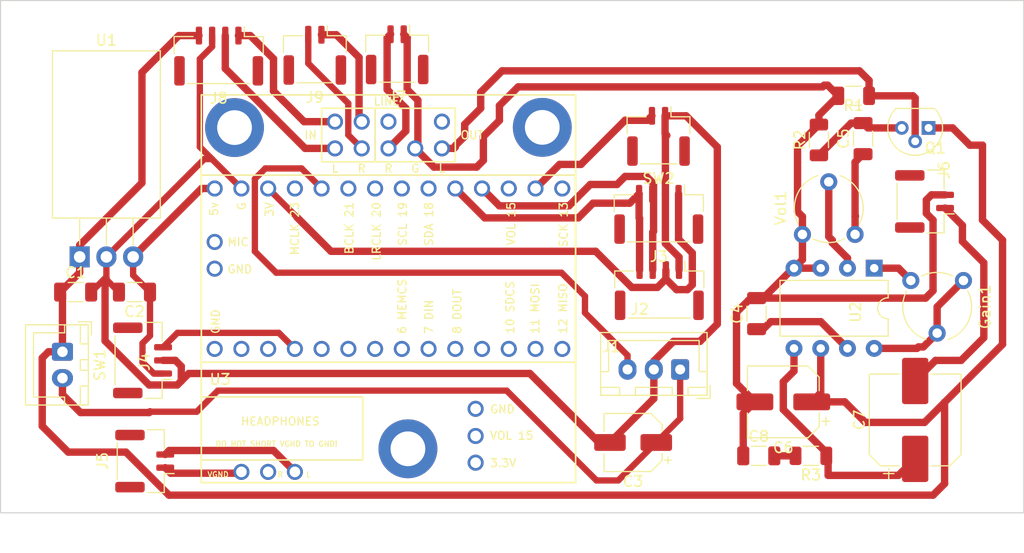
<source format=kicad_pcb>
(kicad_pcb (version 20221018) (generator pcbnew)
  (layers (0 "F.Cu" signal) (31 "B.Cu" signal) (34 "B.Paste" user) (35 "F.Paste" user) (36 "B.SilkS" user "B.Silkscreen") (37 "F.SilkS" user "F.Silkscreen") (38 "B.Mask" user) (39 "F.Mask" user) (44 "Edge.Cuts" user))
  (net 0 "")
  (net 1 "+9V")
  (net 2 "GND")
  (net 3 "+5V")
  (net 4 "Net-(Gain1-Pad1)")
  (net 5 "Net-(U2--)")
  (net 6 "Net-(C7-Pad1)")
  (net 7 "Net-(U2-BYPASS)")
  (net 8 "Net-(Gain1-Pad2)")
  (net 34 "Net-(J1-Pin_1)")
  (net 35 "Batt Vref")
  (net 36 "+3.3V")
  (net 37 "Pin 16 SCL1")
  (net 38 "Pin 17 SDA1")
  (net 39 "Pin 2")
  (net 40 "Net-(J6-Pin_1)")
  (net 41 "GND1")
  (net 42 "HP VGND")
  (net 43 "HP Line")
  (net 44 "Line OUT R")
  (net 45 "Line in R GND")
  (net 46 "Line in R")
  (net 47 "Net-(Q1-G)")
  (net 48 "Net-(Q1-S)")
  (net 49 "Net-(SW2-B)")
  (net 50 "Net-(C5-Pad1)")
  (net 51 "Net-(C8-Pad2)")
  (net 52 "Net-(J8-Pin_1)")
  (net 53 "Net-(J8-Pin_2)")
  (footprint "Connector_JST:JST_GH_BM04B-GHS-TBT_1x04-1MP_P1.25mm_Vertical" (layer "F.Cu") (at 153.827 118.028 180)
    (fp_text reference "J3" (at 0 -4) (layer "F.SilkS"))
    (fp_text value "Quad Rotary Encoder Board")
    (pad "1" smd roundrect (at -1.875 1.95 180) (size 0.6 1.7) (layers "F.Cu" "F.Paste" "F.Mask") (net 36 "+3.3V"))
    (pad "2" smd roundrect (at -0.625 1.95 180) (size 0.6 1.7) (layers "F.Cu" "F.Paste" "F.Mask") (net 2 "GND"))
    (pad "3" smd roundrect (at 0.625 1.95 180) (size 0.6 1.7) (layers "F.Cu" "F.Paste" "F.Mask") (net 37 "Pin 16 SCL1"))
    (pad "4" smd roundrect (at 1.875 1.95 180) (size 0.6 1.7) (layers "F.Cu" "F.Paste" "F.Mask") (net 38 "Pin 17 SDA1"))
    (pad "MP" smd roundrect (at -3.725 -1.4 180) (size 1 2.8) (layers "F.Cu" "F.Paste" "F.Mask"))
    (pad "MP" smd roundrect (at 3.725 -1.4 180) (size 1 2.8) (layers "F.Cu" "F.Paste" "F.Mask"))
  )
  (footprint "Capacitor_SMD:C_1206_3216Metric" (layer "F.Cu") (at 98.425 125.413)
    (fp_text reference "C1" (at 0 -1.85) (layer "F.SilkS"))
    (fp_text value "330nf")
    (pad "1" smd roundrect (at -1.475 0) (size 1.15 1.8) (layers "F.Cu" "F.Paste" "F.Mask") (roundrect_rratio 0.217391) (net 1 "+9V"))
    (pad "2" smd roundrect (at 1.475 0) (size 1.15 1.8) (layers "F.Cu" "F.Paste" "F.Mask") (roundrect_rratio 0.217391) (net 2 "GND"))
  )
  (footprint "Capacitor_SMD:C_1206_3216Metric" (layer "F.Cu") (at 173.228 110.832 90)
    (fp_text reference "C5" (at 0 -1.85 90) (layer "F.SilkS"))
    (fp_text value "47n")
    (pad "1" smd roundrect (at -1.475 0 90) (size 1.15 1.8) (layers "F.Cu" "F.Paste" "F.Mask") (roundrect_rratio 0.217391) (net 50 "Net-(C5-Pad1)"))
    (pad "2" smd roundrect (at 1.475 0 90) (size 1.15 1.8) (layers "F.Cu" "F.Paste" "F.Mask") (roundrect_rratio 0.217391) (net 48 "Net-(Q1-S)"))
  )
  (footprint "Connector_JST:JST_GH_BM02B-GHS-TBT_1x02-1MP_P1.25mm_Vertical" (layer "F.Cu") (at 128.967 102.867 180)
    (fp_text reference "J7" (at 0 -4) (layer "F.SilkS"))
    (fp_text value "Aux Out")
    (pad "1" smd roundrect (at -0.625 1.95 180) (size 0.6 1.7) (layers "F.Cu" "F.Paste" "F.Mask") (net 41 "GND1"))
    (pad "2" smd roundrect (at 0.625 1.95 180) (size 0.6 1.7) (layers "F.Cu" "F.Paste" "F.Mask") (net 44 "Line OUT R"))
    (pad "MP" smd roundrect (at -2.475 -1.4 180) (size 1 2.8) (layers "F.Cu" "F.Paste" "F.Mask"))
    (pad "MP" smd roundrect (at 2.475 -1.4 180) (size 1 2.8) (layers "F.Cu" "F.Paste" "F.Mask"))
  )
  (footprint "Capacitor_SMD:C_1206_3216Metric" (layer "F.Cu") (at 104.013 125.413 180)
    (fp_text reference "C2" (at 0 -1.85) (layer "F.SilkS"))
    (fp_text value "100nf")
    (pad "1" smd roundrect (at -1.475 0 180) (size 1.15 1.8) (layers "F.Cu" "F.Paste" "F.Mask") (roundrect_rratio 0.217391) (net 3 "+5V"))
    (pad "2" smd roundrect (at 1.475 0 180) (size 1.15 1.8) (layers "F.Cu" "F.Paste" "F.Mask") (roundrect_rratio 0.217391) (net 2 "GND"))
  )
  (footprint "Connector_JST:JST_GH_BM02B-GHS-TBT_1x02-1MP_P1.25mm_Vertical" (layer "F.Cu") (at 121.148 102.915 180)
    (fp_text reference "J9" (at 0 -4) (layer "F.SilkS"))
    (fp_text value "Backing Track Input")
    (pad "1" smd roundrect (at -0.625 1.95 180) (size 0.6 1.7) (layers "F.Cu" "F.Paste" "F.Mask") (net 45 "Line in R GND"))
    (pad "2" smd roundrect (at 0.625 1.95 180) (size 0.6 1.7) (layers "F.Cu" "F.Paste" "F.Mask") (net 46 "Line in R"))
    (pad "MP" smd roundrect (at -2.475 -1.4 180) (size 1 2.8) (layers "F.Cu" "F.Paste" "F.Mask"))
    (pad "MP" smd roundrect (at 2.475 -1.4 180) (size 1 2.8) (layers "F.Cu" "F.Paste" "F.Mask"))
  )
  (footprint "Potentiometer_THT:Potentiometer_Piher_PT-6-V_Vertical" (layer "F.Cu") (at 177.768 124.314 -90)
    (fp_text reference "Gain1" (at 2.5 -7.06 90) (layer "F.SilkS"))
    (fp_text value "1kB")
    (pad "1" thru_hole circle (at 0 0 270) (size 1.62 1.62) (drill 0.9) (layers "*.Cu" "*.Mask") (net 4 "Net-(Gain1-Pad1)"))
    (pad "2" thru_hole circle (at 5 -2.5 270) (size 1.62 1.62) (drill 0.9) (layers "*.Cu" "*.Mask") (net 8 "Net-(Gain1-Pad2)"))
    (pad "3" thru_hole circle (at 0 -5 270) (size 1.62 1.62) (drill 0.9) (layers "*.Cu" "*.Mask") (net 8 "Net-(Gain1-Pad2)"))
  )
  (footprint "Connector_JST:JST_GH_BM03B-GHS-TBT_1x03-1MP_P1.25mm_Vertical" (layer "F.Cu") (at 104.778 131.901 90)
    (fp_text reference "J4" (at -0.147 0.172 90) (layer "F.SilkS"))
    (fp_text value "RGB LEDs")
    (pad "1" smd roundrect (at -1.25 1.95 90) (size 0.6 1.7) (layers "F.Cu" "F.Paste" "F.Mask") (net 3 "+5V"))
    (pad "2" smd roundrect (at 0 1.95 90) (size 0.6 1.7) (layers "F.Cu" "F.Paste" "F.Mask") (net 2 "GND"))
    (pad "3" smd roundrect (at 1.25 1.95 90) (size 0.6 1.7) (layers "F.Cu" "F.Paste" "F.Mask") (net 39 "Pin 2"))
    (pad "MP" smd roundrect (at -3.1 -1.4 90) (size 1 2.8) (layers "F.Cu" "F.Paste" "F.Mask"))
    (pad "MP" smd roundrect (at 3.1 -1.4 90) (size 1 2.8) (layers "F.Cu" "F.Paste" "F.Mask"))
  )
  (footprint "Potentiometer_THT:Potentiometer_Piher_PT-6-V_Vertical" (layer "F.Cu") (at 172.471 119.936 90)
    (fp_text reference "Vol1" (at 2.5 -7.06 90) (layer "F.SilkS"))
    (fp_text value "10kB")
    (pad "1" thru_hole circle (at 0 0 90) (size 1.62 1.62) (drill 0.9) (layers "*.Cu" "*.Mask") (net 50 "Net-(C5-Pad1)"))
    (pad "2" thru_hole circle (at 5 -2.5 90) (size 1.62 1.62) (drill 0.9) (layers "*.Cu" "*.Mask") (net 5 "Net-(U2--)"))
    (pad "3" thru_hole circle (at 0 -5 90) (size 1.62 1.62) (drill 0.9) (layers "*.Cu" "*.Mask") (net 41 "GND1"))
  )
  (footprint "Resistor_SMD:R_1206_3216Metric" (layer "F.Cu") (at 172.339 106.768 180)
    (fp_text reference "R1" (at 0 -0.91) (layer "F.SilkS"))
    (fp_text value "1M5")
    (pad "1" smd roundrect (at -1.4625 0 180) (size 1.125 1.75) (layers "F.Cu" "F.Paste" "F.Mask") (roundrect_rratio 0.222222) (net 47 "Net-(Q1-G)"))
    (pad "2" smd roundrect (at 1.4625 0 180) (size 1.125 1.75) (layers "F.Cu" "F.Paste" "F.Mask") (roundrect_rratio 0.222222) (net 41 "GND1"))
  )
  (footprint "Capacitor_SMD:CP_Elec_6.3x7.7" (layer "F.Cu") (at 165.653 135.841 180)
    (fp_text reference "C6" (at 0 -4.35) (layer "F.SilkS"))
    (fp_text value "100u")
    (pad "1" smd roundrect (at -2.7 0 180) (size 3.5 1.6) (layers "F.Cu" "F.Paste" "F.Mask") (roundrect_rratio 0.15625) (net 1 "+9V"))
    (pad "2" smd roundrect (at 2.7 0 180) (size 3.5 1.6) (layers "F.Cu" "F.Paste" "F.Mask") (roundrect_rratio 0.15625) (net 41 "GND1"))
  )
  (footprint "Capacitor_SMD:CP_Elec_5x5.4" (layer "F.Cu") (at 151.384 139.7 180)
    (fp_text reference "C3" (at 0 -3.7) (layer "F.SilkS"))
    (fp_text value "10uf 35V")
    (pad "1" smd roundrect (at -2.2 0 180) (size 3 1.6) (layers "F.Cu" "F.Paste" "F.Mask") (roundrect_rratio 0.15625) (net 34 "Net-(J1-Pin_1)"))
    (pad "2" smd roundrect (at 2.2 0 180) (size 3 1.6) (layers "F.Cu" "F.Paste" "F.Mask") (roundrect_rratio 0.15625) (net 2 "GND"))
  )
  (footprint "Package_TO_SOT_THT:TO-220-3_Horizontal_TabDown" (layer "F.Cu") (at 98.806 122.07)
    (fp_text reference "U1" (at 2.54 -20.58) (layer "F.SilkS"))
    (fp_text value "L7805")
    (pad "" np_thru_hole oval (at 2.54 -16.66) (size 3.5 3.5) (drill 3.5) (layers "*.Cu" "*.Mask"))
    (pad "1" thru_hole rect (at 0 0) (size 1.905 2) (drill 1.1) (layers "*.Cu" "*.Mask") (net 1 "+9V"))
    (pad "2" thru_hole oval (at 2.54 0) (size 1.905 2) (drill 1.1) (layers "*.Cu" "*.Mask") (net 2 "GND"))
    (pad "3" thru_hole oval (at 5.08 0) (size 1.905 2) (drill 1.1) (layers "*.Cu" "*.Mask") (net 3 "+5V"))
  )
  (footprint "Connector_JST:JST_GH_BM02B-GHS-TBT_1x02-1MP_P1.25mm_Vertical" (layer "F.Cu") (at 104.984 141.468 90)
    (fp_text reference "J5" (at 0 -4 90) (layer "F.SilkS"))
    (fp_text value "Headphone Out")
    (pad "1" smd roundrect (at -0.625 1.95 90) (size 0.6 1.7) (layers "F.Cu" "F.Paste" "F.Mask") (net 42 "HP VGND"))
    (pad "2" smd roundrect (at 0.625 1.95 90) (size 0.6 1.7) (layers "F.Cu" "F.Paste" "F.Mask") (net 43 "HP Line"))
    (pad "MP" smd roundrect (at -2.475 -1.4 90) (size 1 2.8) (layers "F.Cu" "F.Paste" "F.Mask"))
    (pad "MP" smd roundrect (at 2.475 -1.4 90) (size 1 2.8) (layers "F.Cu" "F.Paste" "F.Mask"))
  )
  (footprint "Connector_JST:JST_GH_BM02B-GHS-TBT_1x02-1MP_P1.25mm_Vertical" (layer "F.Cu") (at 179.07 116.801 90)
    (fp_text reference "J6" (at 2.985 1.86 90) (layer "F.SilkS"))
    (fp_text value "Speaker Output")
    (pad "1" smd roundrect (at -0.625 1.95 90) (size 0.6 1.7) (layers "F.Cu" "F.Paste" "F.Mask") (net 40 "Net-(J6-Pin_1)"))
    (pad "2" smd roundrect (at 0.625 1.95 90) (size 0.6 1.7) (layers "F.Cu" "F.Paste" "F.Mask") (net 41 "GND1"))
    (pad "MP" smd roundrect (at -2.475 -1.4 90) (size 1 2.8) (layers "F.Cu" "F.Paste" "F.Mask"))
    (pad "MP" smd roundrect (at 2.475 -1.4 90) (size 1 2.8) (layers "F.Cu" "F.Paste" "F.Mask"))
  )
  (footprint "Capacitor_SMD:CP_Elec_8x10.5" (layer "F.Cu") (at 178.181 137.558 90)
    (fp_text reference "C7" (at 0 -5.3 90) (layer "F.SilkS"))
    (fp_text value "220u")
    (pad "1" smd roundrect (at -3.7 0 90) (size 4.4 2.5) (layers "F.Cu" "F.Paste" "F.Mask") (roundrect_rratio 0.1) (net 6 "Net-(C7-Pad1)"))
    (pad "2" smd roundrect (at 3.7 0 90) (size 4.4 2.5) (layers "F.Cu" "F.Paste" "F.Mask") (roundrect_rratio 0.1) (net 40 "Net-(J6-Pin_1)"))
  )
  (footprint "Resistor_SMD:R_1206_3216Metric" (layer "F.Cu") (at 169.037 110.959 90)
    (fp_text reference "R2" (at 0 -1.82 90) (layer "F.SilkS"))
    (fp_text value "3k9")
    (pad "1" smd roundrect (at -1.4625 0 90) (size 1.125 1.75) (layers "F.Cu" "F.Paste" "F.Mask") (roundrect_rratio 0.222222) (net 48 "Net-(Q1-S)"))
    (pad "2" smd roundrect (at 1.4625 0 90) (size 1.125 1.75) (layers "F.Cu" "F.Paste" "F.Mask") (roundrect_rratio 0.222222) (net 41 "GND1"))
  )
  (footprint "Connector_JST:JST_XH_B2B-XH-A_1x02_P2.50mm_Vertical" (layer "F.Cu") (at 97.172 131.084 -90)
    (fp_text reference "SW1" (at 1.25 -3.55 90) (layer "F.SilkS"))
    (fp_text value "Main Power SW")
    (pad "1" thru_hole roundrect (at 0 0 270) (size 1.7 2) (drill 1) (layers "*.Cu" "*.Mask") (roundrect_rratio 0.147059) (net 1 "+9V"))
    (pad "2" thru_hole oval (at 2.5 0 270) (size 1.7 2) (drill 1) (layers "*.Cu" "*.Mask") (net 34 "Net-(J1-Pin_1)"))
  )
  (footprint "Connector_JST:JST_XH_B3B-XH-A_1x03_P2.50mm_Vertical" (layer "F.Cu") (at 155.8544 132.7658 180)
    (fp_text reference "J1" (at 6.524 2.159) (layer "F.SilkS"))
    (fp_text value "Batt In")
    (pad "1" thru_hole roundrect (at 0 0 180) (size 1.7 1.95) (drill 0.95) (layers "*.Cu" "*.Mask") (roundrect_rratio 0.147059) (net 34 "Net-(J1-Pin_1)"))
    (pad "2" thru_hole oval (at 2.5 0 180) (size 1.7 1.95) (drill 0.95) (layers "*.Cu" "*.Mask") (net 2 "GND"))
    (pad "3" thru_hole oval (at 5 0 180) (size 1.7 1.95) (drill 0.95) (layers "*.Cu" "*.Mask") (net 35 "Batt Vref"))
  )
  (footprint "Connector_JST:JST_GH_BM04B-GHS-TBT_1x04-1MP_P1.25mm_Vertical" (layer "F.Cu") (at 112.014 102.994 180)
    (fp_text reference "J8" (at 0 -4) (layer "F.SilkS"))
    (fp_text value "Guitar Line/Pickup V")
    (pad "1" smd roundrect (at -1.875 1.95 180) (size 0.6 1.7) (layers "F.Cu" "F.Paste" "F.Mask") (net 52 "Net-(J8-Pin_1)"))
    (pad "2" smd roundrect (at -0.625 1.95 180) (size 0.6 1.7) (layers "F.Cu" "F.Paste" "F.Mask") (net 53 "Net-(J8-Pin_2)"))
    (pad "3" smd roundrect (at 0.625 1.95 180) (size 0.6 1.7) (layers "F.Cu" "F.Paste" "F.Mask") (net 2 "GND"))
    (pad "4" smd roundrect (at 1.875 1.95 180) (size 0.6 1.7) (layers "F.Cu" "F.Paste" "F.Mask") (net 1 "+9V"))
    (pad "MP" smd roundrect (at -3.725 -1.4 180) (size 1 2.8) (layers "F.Cu" "F.Paste" "F.Mask"))
    (pad "MP" smd roundrect (at 3.725 -1.4 180) (size 1 2.8) (layers "F.Cu" "F.Paste" "F.Mask"))
  )
  (footprint "Resistor_SMD:R_1206_3216Metric" (layer "F.Cu") (at 168.275 140.97 180)
    (fp_text reference "R3" (at 0 -1.82) (layer "F.SilkS"))
    (fp_text value "10R")
    (pad "1" smd roundrect (at -1.4625 0 180) (size 1.125 1.75) (layers "F.Cu" "F.Paste" "F.Mask") (roundrect_rratio 0.222222) (net 6 "Net-(C7-Pad1)"))
    (pad "2" smd roundrect (at 1.4625 0 180) (size 1.125 1.75) (layers "F.Cu" "F.Paste" "F.Mask") (roundrect_rratio 0.222222) (net 51 "Net-(C8-Pad2)"))
  )
  (footprint "AFPI Device Library:Teensy 4.0 audioshield" (layer "F.Cu") (at 111.633 130.81)
    (fp_text reference "U3" (at 0.5207 2.89814) (layer "F.SilkS"))
    (fp_text value "Teensy4.0_AudioShield_REVD")
    (fp_text user "G" (at 19.05 -17.145) (layer "F.SilkS") (effects (font (size 0.762 0.762) (thickness 0.127))))
    (fp_text user "GND" (at 2.3876 -7.56412) (layer "F.SilkS") (effects (font (size 0.762 0.762) (thickness 0.127))))
    (fp_text user "MIC" (at 2.224314 -10.15238) (layer "F.SilkS") (effects (font (size 0.762 0.762) (thickness 0.127))))
    (fp_text user "SCL 19" (at 17.86636 -11.875951 90) (layer "F.SilkS") (effects (font (size 0.762 0.762) (thickness 0.127))))
    (fp_text user "7 DIN" (at 20.35302 -3.048423 90) (layer "F.SilkS") (effects (font (size 0.762 0.762) (thickness 0.127))))
    (fp_text user "VOL 15" (at 28.220489 8.23976) (layer "F.SilkS") (effects (font (size 0.762 0.762) (thickness 0.127))))
    (fp_text user "11 MOSI" (at 30.45206 -3.828566 90) (layer "F.SilkS") (effects (font (size 0.762 0.762) (thickness 0.127))))
    (fp_text user "LINE" (at 16.34236 -23.51024) (layer "F.SilkS") (effects (font (size 0.762 0.762) (thickness 0.127))))
    (fp_text user "G" (at 2.57048 -13.563237 90) (layer "F.SilkS") (effects (font (size 0.762 0.762) (thickness 0.127))))
    (fp_text user "L" (at 8.90524 11.94054) (layer "F.SilkS") (effects (font (size 0.508 0.508) (thickness 0.1016))))
    (fp_text user "8 DOUT" (at 23.04288 -3.556423 90) (layer "F.SilkS") (effects (font (size 0.762 0.762) (thickness 0.127))))
    (fp_text user "5v" (at -0.05588 -13.291094 90) (layer "F.SilkS") (effects (font (size 0.762 0.762) (thickness 0.127))))
    (fp_text user "10 SDCS" (at 28.067 -3.937423 90) (layer "F.SilkS") (effects (font (size 0.762 0.762) (thickness 0.127))))
    (fp_text user "VOL 15" (at 28.1686 -11.894094 90) (layer "F.SilkS") (effects (font (size 0.762 0.762) (thickness 0.127))))
    (fp_text user "IN" (at 9.1186 -20.30984) (layer "F.SilkS") (effects (font (size 0.762 0.762) (thickness 0.127))))
    (fp_text user "LRCLK 20" (at 15.3797 -11.16838 90) (layer "F.SilkS") (effects (font (size 0.762 0.762) (thickness 0.127))))
    (fp_text user "R" (at 6.23316 11.94054) (layer "F.SilkS") (effects (font (size 0.508 0.508) (thickness 0.1016))))
    (fp_text user "DO NOT SHORT VGND TO GND!" (at 5.87756 9.02208) (layer "F.SilkS") (effects (font (size 0.508 0.508) (thickness 0.1016))))
    (fp_text user "L" (at 11.43 -17.145) (layer "F.SilkS") (effects (font (size 0.762 0.762) (thickness 0.127))))
    (fp_text user "HEADPHONES" (at 6.23316 6.88594) (layer "F.SilkS") (effects (font (size 0.762 0.762) (thickness 0.127))))
    (fp_text user "3.3V" (at 27.40406 10.8458) (layer "F.SilkS") (effects (font (size 0.762 0.762) (thickness 0.127))))
    (fp_text user "R" (at 16.51 -17.145) (layer "F.SilkS") (effects (font (size 0.762 0.762) (thickness 0.127))))
    (fp_text user "SCK 13" (at 33.14192 -11.80338 270) (layer "F.SilkS") (effects (font (size 0.762 0.762) (thickness 0.127))))
    (fp_text user "R" (at 13.97 -17.145) (layer "F.SilkS") (effects (font (size 0.762 0.762) (thickness 0.127))))
    (fp_text user "GND" (at 0.08636 -2.594852 90) (layer "F.SilkS") (effects (font (size 0.762 0.762) (thickness 0.127))))
    (fp_text user "OUT" (at 24.4602 -20.31238) (layer "F.SilkS") (effects (font (size 0.762 0.762) (thickness 0.127))))
    (fp_text user "GND" (at 27.331489 5.73278) (layer "F.SilkS") (effects (font (size 0.762 0.762) (thickness 0.127))))
    (fp_text user "BCLK 21" (at 12.79144 -11.476808 90) (layer "F.SilkS") (effects (font (size 0.762 0.762) (thickness 0.127))))
    (fp_text user "3V" (at 5.20954 -13.254808 90) (layer "F.SilkS") (effects (font (size 0.762 0.762) (thickness 0.127))))
    (fp_text user "VGND" (at 0.32258 11.94054) (layer "F.SilkS") (effects (font (size 0.508 0.508) (thickness 0.1016))))
    (fp_text user "6 MEMCS" (at 17.81556 -4.04628 270) (layer "F.SilkS") (effects (font (size 0.762 0.762) (thickness 0.127))))
    (fp_text user "MCLK 23" (at 7.61492 -11.42238 90) (layer "F.SilkS") (effects (font (size 0.762 0.762) (thickness 0.127))))
    (fp_text user "SDA 18" (at 20.35302 -11.857808 90) (layer "F.SilkS") (effects (font (size 0.762 0.762) (thickness 0.127))))
    (fp_text user "L" (at 21.59 -17.145) (layer "F.SilkS") (effects (font (size 0.762 0.762) (thickness 0.127))))
    (fp_text user "12 MISO" (at 33.09112 -3.828566 90) (layer "F.SilkS") (effects (font (size 0.762 0.762) (thickness 0.127))))
    (pad "" thru_hole circle (at 1.88468 -21.02612) (size 5.588 5.588) (drill 3.302) (layers "*.Cu"))
    (pad "" thru_hole circle (at 18.35912 9.48944) (size 5.588 5.588) (drill 3.302) (layers "*.Cu"))
    (pad "" thru_hole circle (at 31.12262 -21.04644) (size 5.588 5.588) (drill 3.302) (layers "*.Cu"))
    (pad "1" thru_hole oval (at 0 0) (size 1.524 1.524) (drill 1.016) (layers "*.Cu" "*.Mask") (net 2 "GND"))
    (pad "2" thru_hole oval (at 2.54 0) (size 1.524 1.524) (drill 1.016) (layers "*.Cu" "*.Mask"))
    (pad "3" thru_hole oval (at 5.08 0) (size 1.524 1.524) (drill 1.016) (layers "*.Cu" "*.Mask"))
    (pad "4" thru_hole oval (at 7.62 0) (size 1.524 1.524) (drill 1.016) (layers "*.Cu" "*.Mask") (net 39 "Pin 2"))
    (pad "5" thru_hole oval (at 10.16 0) (size 1.524 1.524) (drill 1.016) (layers "*.Cu" "*.Mask"))
    (pad "6" thru_hole oval (at 12.7 0) (size 1.524 1.524) (drill 1.016) (layers "*.Cu" "*.Mask"))
    (pad "7" thru_hole oval (at 15.24 0) (size 1.524 1.524) (drill 1.016) (layers "*.Cu" "*.Mask"))
    (pad "8" thru_hole oval (at 17.78 0) (size 1.524 1.524) (drill 1.016) (layers "*.Cu" "*.Mask"))
    (pad "9" thru_hole oval (at 20.32 0) (size 1.524 1.524) (drill 1.016) (layers "*.Cu" "*.Mask"))
    (pad "10" thru_hole oval (at 22.86 0) (size 1.524 1.524) (drill 1.016) (layers "*.Cu" "*.Mask"))
    (pad "11" thru_hole oval (at 25.4 0) (size 1.524 1.524) (drill 1.016) (layers "*.Cu" "*.Mask"))
    (pad "12" thru_hole oval (at 27.94 0) (size 1.524 1.524) (drill 1.016) (layers "*.Cu" "*.Mask"))
    (pad "13" thru_hole oval (at 30.48 0) (size 1.524 1.524) (drill 1.016) (layers "*.Cu" "*.Mask"))
    (pad "14" thru_hole oval (at 33.02 0) (size 1.524 1.524) (drill 1.016) (layers "*.Cu" "*.Mask"))
    (pad "15" thru_hole oval (at 0 -10.16) (size 1.524 1.524) (drill 1.016) (layers "*.Cu" "*.Mask"))
    (pad "16" thru_hole oval (at 0 -7.62) (size 1.524 1.524) (drill 1.016) (layers "*.Cu" "*.Mask"))
    (pad "17" thru_hole oval (at 33.02 -15.24) (size 1.524 1.524) (drill 1.016) (layers "*.Cu" "*.Mask"))
    (pad "18" thru_hole oval (at 30.48 -15.24) (size 1.524 1.524) (drill 1.016) (layers "*.Cu" "*.Mask") (net 49 "Net-(SW2-B)"))
    (pad "19" thru_hole oval (at 27.94 -15.24) (size 1.524 1.524) (drill 1.016) (layers "*.Cu" "*.Mask"))
    (pad "20" thru_hole oval (at 25.4 -15.24) (size 1.524 1.524) (drill 1.016) (layers "*.Cu" "*.Mask") (net 37 "Pin 16 SCL1"))
    (pad "21" thru_hole oval (at 22.86 -15.24) (size 1.524 1.524) (drill 1.016) (layers "*.Cu" "*.Mask") (net 38 "Pin 17 SDA1"))
    (pad "22" thru_hole oval (at 20.32 -15.24) (size 1.524 1.524) (drill 1.016) (layers "*.Cu" "*.Mask"))
    (pad "23" thru_hole oval (at 17.78 -15.24) (size 1.524 1.524) (drill 1.016) (layers "*.Cu" "*.Mask"))
    (pad "24" thru_hole oval (at 15.24 -15.24) (size 1.524 1.524) (drill 1.016) (layers "*.Cu" "*.Mask"))
    (pad "25" thru_hole oval (at 12.7 -15.24) (size 1.524 1.524) (drill 1.016) (layers "*.Cu" "*.Mask"))
    (pad "26" thru_hole oval (at 10.16 -15.24) (size 1.524 1.524) (drill 1.016) (layers "*.Cu" "*.Mask") (net 35 "Batt Vref"))
    (pad "27" thru_hole oval (at 7.62 -15.24) (size 1.524 1.524) (drill 1.016) (layers "*.Cu" "*.Mask"))
    (pad "28" thru_hole oval (at 5.08 -15.24) (size 1.524 1.524) (drill 1.016) (layers "*.Cu" "*.Mask") (net 36 "+3.3V"))
    (pad "29" thru_hole oval (at 2.54 -15.24) (size 1.524 1.524) (drill 1.016) (layers "*.Cu" "*.Mask") (net 2 "GND"))
    (pad "30" thru_hole oval (at 0 -15.24) (size 1.524 1.524) (drill 1.016) (layers "*.Cu" "*.Mask") (net 3 "+5V"))
    (pad "31" thru_hole circle (at 21.59 -19.05) (size 1.524 1.524) (drill 1.016) (layers "*.Cu" "*.Mask") (net 47 "Net-(Q1-G)"))
    (pad "32" thru_hole circle (at 19.05 -19.05) (size 1.524 1.524) (drill 1.016) (layers "*.Cu" "*.Mask") (net 41 "GND1"))
    (pad "33" thru_hole circle (at 16.51 -19.05) (size 1.524 1.524) (drill 1.016) (layers "*.Cu" "*.Mask") (net 44 "Line OUT R"))
    (pad "34" thru_hole circle (at 13.97 -19.05) (size 1.524 1.524) (drill 1.016) (layers "*.Cu" "*.Mask") (net 46 "Line in R"))
    (pad "35" thru_hole circle (at 11.43 -19.05) (size 1.524 1.524) (drill 1.016) (layers "*.Cu" "*.Mask") (net 53 "Net-(J8-Pin_2)"))
    (pad "36" thru_hole circle (at 13.97 -21.59) (size 1.524 1.524) (drill 1.016) (layers "*.Cu" "*.Mask") (net 45 "Line in R GND"))
    (pad "37" thru_hole circle (at 11.43 -21.59) (size 1.524 1.524) (drill 1.016) (layers "*.Cu" "*.Mask") (net 52 "Net-(J8-Pin_1)"))
    (pad "38" thru_hole circle (at 24.7904 5.69214) (size 1.524 1.524) (drill 1.016) (layers "*.Cu" "*.Mask"))
    (pad "39" thru_hole circle (at 24.7904 8.27278) (size 1.524 1.524) (drill 1.016) (layers "*.Cu" "*.Mask"))
    (pad "40" thru_hole circle (at 24.7904 10.81024) (size 1.524 1.524) (drill 1.016) (layers "*.Cu" "*.Mask"))
    (pad "41" thru_hole oval (at 7.62 11.684) (size 1.524 1.524) (drill 1.016) (layers "*.Cu" "*.Mask") (net 43 "HP Line"))
    (pad "42" thru_hole oval (at 5.08 11.684) (size 1.524 1.524) (drill 1.016) (layers "*.Cu" "*.Mask"))
    (pad "43" thru_hole oval (at 2.54 11.684) (size 1.524 1.524) (drill 1.016) (layers "*.Cu" "*.Mask") (net 42 "HP VGND"))
    (pad "45" thru_hole circle (at 16.51 -21.59) (size 1.524 1.524) (drill 1.016) (layers "*.Cu" "*.Mask"))
    (pad "46" thru_hole circle (at 21.59 -21.59) (size 1.524 1.524) (drill 1.016) (layers "*.Cu" "*.Mask"))
  )
  (footprint "Package_DIP:DIP-8_W7.62mm" (layer "F.Cu") (at 174.289 123.141 -90)
    (fp_text reference "U2" (at 4.181 1.768 90) (layer "F.SilkS"))
    (fp_text value "LM386")
    (pad "1" thru_hole rect (at 0 0 270) (size 1.6 1.6) (drill 0.8) (layers "*.Cu" "*.Mask") (net 4 "Net-(Gain1-Pad1)"))
    (pad "2" thru_hole oval (at 0 2.54 270) (size 1.6 1.6) (drill 0.8) (layers "*.Cu" "*.Mask") (net 5 "Net-(U2--)"))
    (pad "3" thru_hole oval (at 0 5.08 270) (size 1.6 1.6) (drill 0.8) (layers "*.Cu" "*.Mask") (net 41 "GND1"))
    (pad "4" thru_hole oval (at 0 7.62 270) (size 1.6 1.6) (drill 0.8) (layers "*.Cu" "*.Mask") (net 41 "GND1"))
    (pad "5" thru_hole oval (at 7.62 7.62 270) (size 1.6 1.6) (drill 0.8) (layers "*.Cu" "*.Mask") (net 6 "Net-(C7-Pad1)"))
    (pad "6" thru_hole oval (at 7.62 5.08 270) (size 1.6 1.6) (drill 0.8) (layers "*.Cu" "*.Mask") (net 1 "+9V"))
    (pad "7" thru_hole oval (at 7.62 2.54 270) (size 1.6 1.6) (drill 0.8) (layers "*.Cu" "*.Mask") (net 7 "Net-(U2-BYPASS)"))
    (pad "8" thru_hole oval (at 7.62 0 270) (size 1.6 1.6) (drill 0.8) (layers "*.Cu" "*.Mask") (net 8 "Net-(Gain1-Pad2)"))
  )
  (footprint "Capacitor_SMD:C_1206_3216Metric" (layer "F.Cu") (at 163.113 127.459 90)
    (fp_text reference "C4" (at 0 -1.85 90) (layer "F.SilkS"))
    (fp_text value "100n")
    (pad "1" smd roundrect (at -1.475 0 90) (size 1.15 1.8) (layers "F.Cu" "F.Paste" "F.Mask") (roundrect_rratio 0.217391) (net 7 "Net-(U2-BYPASS)"))
    (pad "2" smd roundrect (at 1.475 0 90) (size 1.15 1.8) (layers "F.Cu" "F.Paste" "F.Mask") (roundrect_rratio 0.217391) (net 41 "GND1"))
  )
  (footprint "Connector_JST:JST_GH_BM04B-GHS-TBT_1x04-1MP_P1.25mm_Vertical" (layer "F.Cu") (at 153.872 125.267 180)
    (fp_text reference "J2" (at 1.853 -1.778) (layer "F.SilkS"))
    (fp_text value "OLED Screen ")
    (pad "1" smd roundrect (at -1.875 1.95 180) (size 0.6 1.7) (layers "F.Cu" "F.Paste" "F.Mask") (net 2 "GND"))
    (pad "2" smd roundrect (at -0.625 1.95 180) (size 0.6 1.7) (layers "F.Cu" "F.Paste" "F.Mask") (net 36 "+3.3V"))
    (pad "3" smd roundrect (at 0.625 1.95 180) (size 0.6 1.7) (layers "F.Cu" "F.Paste" "F.Mask") (net 37 "Pin 16 SCL1"))
    (pad "4" smd roundrect (at 1.875 1.95 180) (size 0.6 1.7) (layers "F.Cu" "F.Paste" "F.Mask") (net 38 "Pin 17 SDA1"))
    (pad "MP" smd roundrect (at -3.725 -1.4 180) (size 1 2.8) (layers "F.Cu" "F.Paste" "F.Mask"))
    (pad "MP" smd roundrect (at 3.725 -1.4 180) (size 1 2.8) (layers "F.Cu" "F.Paste" "F.Mask"))
  )
  (footprint "Capacitor_SMD:C_1206_3216Metric" (layer "F.Cu") (at 163.322 140.97)
    (fp_text reference "C8" (at 0 -1.85) (layer "F.SilkS"))
    (fp_text value "47n")
    (pad "1" smd roundrect (at -1.475 0) (size 1.15 1.8) (layers "F.Cu" "F.Paste" "F.Mask") (roundrect_rratio 0.217391) (net 41 "GND1"))
    (pad "2" smd roundrect (at 1.475 0) (size 1.15 1.8) (layers "F.Cu" "F.Paste" "F.Mask") (roundrect_rratio 0.217391) (net 51 "Net-(C8-Pad2)"))
  )
  (footprint "Connector_JST:JST_GH_BM02B-GHS-TBT_1x02-1MP_P1.25mm_Vertical" (layer "F.Cu") (at 153.797 110.617 180)
    (fp_text reference "SW2" (at 0 -4) (layer "F.SilkS"))
    (fp_text value "Home Button SW")
    (pad "1" smd roundrect (at -0.625 1.95 180) (size 0.6 1.7) (layers "F.Cu" "F.Paste" "F.Mask") (net 2 "GND"))
    (pad "2" smd roundrect (at 0.625 1.95 180) (size 0.6 1.7) (layers "F.Cu" "F.Paste" "F.Mask") (net 49 "Net-(SW2-B)"))
    (pad "MP" smd roundrect (at -2.475 -1.4 180) (size 1 2.8) (layers "F.Cu" "F.Paste" "F.Mask"))
    (pad "MP" smd roundrect (at 2.475 -1.4 180) (size 1 2.8) (layers "F.Cu" "F.Paste" "F.Mask"))
  )
  (footprint "Package_TO_SOT_THT:TO-92" (layer "F.Cu") (at 179.451 109.816 180)
    (fp_text reference "Q1" (at -0.635 -1.905) (layer "F.SilkS"))
    (fp_text value "MPF102")
    (pad "1" thru_hole rect (at 0 0 180) (size 1.3 1.3) (drill 0.75) (layers "*.Cu" "*.Mask") (net 1 "+9V"))
    (pad "2" thru_hole circle (at 1.27 -1.27 180) (size 1.3 1.3) (drill 0.75) (layers "*.Cu" "*.Mask") (net 47 "Net-(Q1-G)"))
    (pad "3" thru_hole circle (at 2.54 0 180) (size 1.3 1.3) (drill 0.75) (layers "*.Cu" "*.Mask") (net 48 "Net-(Q1-S)"))
  )
  (gr_rect (start 91.2876 97.7138) (end 188.4934 146.3802) (stroke (width 0.1)) (fill none) (layer "Edge.Cuts"))
  (segment (start 186.481 130.38) (end 186.481 120.474) (width 0.7) (layer "F.Cu") (net 1))
  (segment (start 180.975 135.886) (end 186.481 130.38) (width 0.7) (layer "F.Cu") (net 1))
  (segment (start 169.209 134.985) (end 168.353 135.841) (width 0.7) (layer "F.Cu") (net 1))
  (segment (start 183.378 111.457) (end 181.737 109.816) (width 0.7) (layer "F.Cu") (net 1))
  (segment (start 180.975 135.89) (end 180.975 135.886) (width 0.7) (layer "F.Cu") (net 1))
  (segment (start 104.7242 104.5464) (end 108.2266 101.044) (width 0.7) (layer "F.Cu") (net 1))
  (segment (start 169.209 130.761) (end 169.209 134.985) (width 0.7) (layer "F.Cu") (net 1))
  (segment (start 171.495 135.841) (end 173.449 137.795) (width 0.7) (layer "F.Cu") (net 1))
  (segment (start 184.576 118.569) (end 184.576 111.457) (width 0.7) (layer "F.Cu") (net 1))
  (segment (start 98.806 123.557) (end 96.95 125.413) (width 0.7) (layer "F.Cu") (net 1))
  (segment (start 184.576 111.457) (end 183.378 111.457) (width 0.7) (layer "F.Cu") (net 1))
  (segment (start 95.8396 131.084) (end 95.25 131.6736) (width 0.7) (layer "F.Cu") (net 1))
  (segment (start 97.172 131.084) (end 97.172 125.635) (width 0.7) (layer "F.Cu") (net 1))
  (segment (start 97.172 131.084) (end 95.8396 131.084) (width 0.7) (layer "F.Cu") (net 1))
  (segment (start 98.806 122.07) (end 98.806 120.9548) (width 0.7) (layer "F.Cu") (net 1))
  (segment (start 98.463 122.413) (end 98.806 122.07) (width 0.7) (layer "F.Cu") (net 1))
  (segment (start 95.25 131.6736) (end 95.25 138.147298) (width 0.7) (layer "F.Cu") (net 1))
  (segment (start 168.353 135.841) (end 171.495 135.841) (width 0.7) (layer "F.Cu") (net 1))
  (segment (start 186.481 120.474) (end 184.576 118.569) (width 0.7) (layer "F.Cu") (net 1))
  (segment (start 179.07 137.795) (end 180.975 135.89) (width 0.7) (layer "F.Cu") (net 1))
  (segment (start 180.975 143.6116) (end 180.975 135.89) (width 0.7) (layer "F.Cu") (net 1))
  (segment (start 98.806 122.07) (end 98.806 123.557) (width 0.7) (layer "F.Cu") (net 1))
  (segment (start 97.717102 140.6144) (end 103.2002 140.6144) (width 0.7) (layer "F.Cu") (net 1))
  (segment (start 103.2002 140.6144) (end 107.2896 144.7038) (width 0.7) (layer "F.Cu") (net 1))
  (segment (start 97.172 125.635) (end 96.95 125.413) (width 0.7) (layer "F.Cu") (net 1))
  (segment (start 98.806 120.9548) (end 104.7242 115.0366) (width 0.7) (layer "F.Cu") (net 1))
  (segment (start 107.2896 144.7038) (end 179.8828 144.7038) (width 0.7) (layer "F.Cu") (net 1))
  (segment (start 179.8828 144.7038) (end 180.975 143.6116) (width 0.7) (layer "F.Cu") (net 1))
  (segment (start 108.2266 101.044) (end 110.139 101.044) (width 0.7) (layer "F.Cu") (net 1))
  (segment (start 181.737 109.816) (end 179.451 109.816) (width 0.7) (layer "F.Cu") (net 1))
  (segment (start 104.7242 115.0366) (end 104.7242 104.5464) (width 0.7) (layer "F.Cu") (net 1))
  (segment (start 95.25 138.147298) (end 97.717102 140.6144) (width 0.7) (layer "F.Cu") (net 1))
  (segment (start 173.449 137.795) (end 179.07 137.795) (width 0.7) (layer "F.Cu") (net 1))
  (segment (start 156.419 108.667) (end 154.422 108.667) (width 0.7) (layer "F.Cu") (net 2))
  (segment (start 111.389 102.098) (end 111.389 101.044) (width 0.6) (layer "F.Cu") (net 2))
  (segment (start 101.346 123.967) (end 99.9 125.413) (width 0.6) (layer "F.Cu") (net 2))
  (segment (start 154.452 116.078) (end 154.452 120.797) (width 0.7) (layer "F.Cu") (net 2))
  (segment (start 101.346 124.221) (end 102.538 125.413) (width 0.6) (layer "F.Cu") (net 2))
  (segment (start 159.385 111.633) (end 156.419 108.667) (width 0.7) (layer "F.Cu") (net 2))
  (segment (start 154.452 110.657) (end 154.452 116.078) (width 0.7) (layer "F.Cu") (net 2))
  (segment (start 101.346 122.07) (end 110.64 112.776) (width 0.6) (layer "F.Cu") (net 2))
  (segment (start 154.422 110.373) (end 154.422 108.667) (width 0.7) (layer "F.Cu") (net 2))
  (segment (start 101.219 130.048) (end 101.219 124.348) (width 0.7) (layer "F.Cu") (net 2))
  (segment (start 105.41 134.239) (end 101.219 130.048) (width 0.7) (layer "F.Cu") (net 2))
  (segment (start 159.385 128.4478) (end 159.385 111.633) (width 0.7) (layer "F.Cu") (net 2))
  (segment (start 153.3544 132.7658) (end 153.3544 131.9638) (width 0.7) (layer "F.Cu") (net 2))
  (segment (start 101.346 123.967) (end 101.346 124.221) (width 0.6) (layer "F.Cu") (net 2))
  (segment (start 110.64 112.776) (end 111.379 112.776) (width 0.6) (layer "F.Cu") (net 2))
  (segment (start 106.728 131.901) (end 107.898 131.901) (width 0.7) (layer "F.Cu") (net 2))
  (segment (start 111.379 112.776) (end 110.22368 111.62068) (width 0.6) (layer "F.Cu") (net 2))
  (segment (start 157.734 130.0988) (end 159.385 128.4478) (width 0.7) (layer "F.Cu") (net 2))
  (segment (start 153.3544 132.7658) (end 153.3544 135.5296) (width 0.7) (layer "F.Cu") (net 2))
  (segment (start 141.5796 133.1468) (end 109.1692 133.1468) (width 0.7) (layer "F.Cu") (net 2))
  (segment (start 155.2194 130.0988) (end 157.734 130.0988) (width 0.7) (layer "F.Cu") (net 2))
  (segment (start 154.579 110.53) (end 154.422 110.373) (width 0.7) (layer "F.Cu") (net 2))
  (segment (start 108.458 132.461) (end 108.458 133.858) (width 0.7) (layer "F.Cu") (net 2))
  (segment (start 153.3544 131.9638) (end 155.2194 130.0988) (width 0.7) (layer "F.Cu") (net 2))
  (segment (start 109.1692 133.1468) (end 108.458 133.858) (width 0.7) (layer "F.Cu") (net 2))
  (segment (start 107.898 131.901) (end 108.458 132.461) (width 0.7) (layer "F.Cu") (net 2))
  (segment (start 155.747 122.092) (end 155.747 123.317) (width 0.7) (layer "F.Cu") (net 2))
  (segment (start 101.346 121.5575) (end 101.346 122.07) (width 0.7) (layer "F.Cu") (net 2))
  (segment (start 108.077 134.239) (end 105.41 134.239) (width 0.7) (layer "F.Cu") (net 2))
  (segment (start 108.458 133.858) (end 108.077 134.239) (width 0.7) (layer "F.Cu") (net 2))
  (segment (start 154.452 120.797) (end 155.747 122.092) (width 0.7) (layer "F.Cu") (net 2))
  (segment (start 110.22368 111.62068) (end 110.22368 103.26332) (width 0.6) (layer "F.Cu") (net 2))
  (segment (start 148.1328 139.7) (end 141.5796 133.1468) (width 0.7) (layer "F.Cu") (net 2))
  (segment (start 153.3544 135.5296) (end 149.184 139.7) (width 0.7) (layer "F.Cu") (net 2))
  (segment (start 101.346 122.07) (end 101.346 123.967) (width 0.6) (layer "F.Cu") (net 2))
  (segment (start 149.184 139.7) (end 148.1328 139.7) (width 0.7) (layer "F.Cu") (net 2))
  (segment (start 111.556 130.887) (end 111.633 130.81) (width 0.7) (layer "F.Cu") (net 2))
  (segment (start 154.579 110.53) (end 154.452 110.657) (width 0.7) (layer "F.Cu") (net 2))
  (segment (start 114.173 115.57) (end 111.379 112.776) (width 0.6) (layer "F.Cu") (net 2))
  (segment (start 110.22368 103.26332) (end 111.389 102.098) (width 0.6) (layer "F.Cu") (net 2))
  (segment (start 101.219 124.348) (end 101.346 124.221) (width 0.7) (layer "F.Cu") (net 2))
  (segment (start 105.846 133.151) (end 106.728 133.151) (width 0.6) (layer "F.Cu") (net 3))
  (segment (start 110.386 115.57) (end 103.886 122.07) (width 0.7) (layer "F.Cu") (net 3))
  (segment (start 104.775 132.08) (end 105.846 133.151) (width 0.6) (layer "F.Cu") (net 3))
  (segment (start 105.488 129.564294) (end 104.775 130.277294) (width 0.6) (layer "F.Cu") (net 3))
  (segment (start 103.886 122.07) (end 103.886 123.811) (width 0.6) (layer "F.Cu") (net 3))
  (segment (start 105.488 125.413) (end 105.488 129.564294) (width 0.6) (layer "F.Cu") (net 3))
  (segment (start 104.775 130.277294) (end 104.775 132.08) (width 0.6) (layer "F.Cu") (net 3))
  (segment (start 103.886 123.811) (end 105.488 125.413) (width 0.6) (layer "F.Cu") (net 3))
  (segment (start 111.633 115.57) (end 110.386 115.57) (width 0.7) (layer "F.Cu") (net 3))
  (segment (start 176.595 123.141) (end 177.768 124.314) (width 0.7) (layer "F.Cu") (net 4))
  (segment (start 174.289 123.141) (end 176.595 123.141) (width 0.7) (layer "F.Cu") (net 4))
  (segment (start 169.971 120.148) (end 170.307 120.484) (width 0.7) (layer "F.Cu") (net 5))
  (segment (start 170.307 120.484) (end 170.307 120.738) (width 0.7) (layer "F.Cu") (net 5))
  (segment (start 169.971 120.148) (end 169.971 114.936) (width 0.7) (layer "F.Cu") (net 5))
  (segment (start 170.307 120.738) (end 171.749 122.18) (width 0.7) (layer "F.Cu") (net 5))
  (segment (start 171.749 122.18) (end 171.749 123.141) (width 0.7) (layer "F.Cu") (net 5))
  (segment (start 166.669 132.92) (end 165.653 133.936) (width 0.7) (layer "F.Cu") (net 6))
  (segment (start 165.653 133.936) (end 165.653 136.57) (width 0.7) (layer "F.Cu") (net 6))
  (segment (start 169.9095 140.8265) (end 169.9095 142.826) (width 0.7) (layer "F.Cu") (net 6))
  (segment (start 165.653 136.57) (end 169.9095 140.8265) (width 0.7) (layer "F.Cu") (net 6))
  (segment (start 176.592 142.826) (end 177.083 142.335) (width 0.7) (layer "F.Cu") (net 6))
  (segment (start 169.9095 142.826) (end 176.592 142.826) (width 0.7) (layer "F.Cu") (net 6))
  (segment (start 166.669 130.761) (end 166.669 132.92) (width 0.7) (layer "F.Cu") (net 6))
  (segment (start 169.209 128.221) (end 171.749 130.761) (width 0.7) (layer "F.Cu") (net 7))
  (segment (start 164.461 128.221) (end 169.209 128.221) (width 0.7) (layer "F.Cu") (net 7))
  (segment (start 163.748 128.934) (end 164.461 128.221) (width 0.7) (layer "F.Cu") (net 7))
  (segment (start 180.268 129.314) (end 178.958 130.624) (width 0.7) (layer "F.Cu") (net 8))
  (segment (start 180.268 126.814) (end 182.768 124.314) (width 0.7) (layer "F.Cu") (net 8))
  (segment (start 180.268 129.314) (end 180.268 126.814) (width 0.7) (layer "F.Cu") (net 8))
  (segment (start 178.353 130.761) (end 174.289 130.761) (width 0.7) (layer "F.Cu") (net 8))
  (segment (start 178.49 130.624) (end 178.353 130.761) (width 0.7) (layer "F.Cu") (net 8))
  (segment (start 178.958 130.624) (end 178.49 130.624) (width 0.7) (layer "F.Cu") (net 8))
  (segment (start 149.9772 143.3068) (end 153.584 139.7) (width 0.6) (layer "F.Cu") (net 34))
  (segment (start 105.4862 136.779) (end 109.9312 136.779) (width 0.6) (layer "F.Cu") (net 34))
  (segment (start 147.9042 143.3068) (end 149.9772 143.3068) (width 0.6) (layer "F.Cu") (net 34))
  (segment (start 109.9312 136.779) (end 111.9378 134.7724) (width 0.6) (layer "F.Cu") (net 34))
  (segment (start 98.8822 136.8552) (end 97.172 135.145) (width 0.7) (layer "F.Cu") (net 34))
  (segment (start 111.9378 134.7724) (end 139.3698 134.7724) (width 0.6) (layer "F.Cu") (net 34))
  (segment (start 105.4862 136.779) (end 105.41 136.8552) (width 0.7) (layer "F.Cu") (net 34))
  (segment (start 139.3698 134.7724) (end 147.9042 143.3068) (width 0.6) (layer "F.Cu") (net 34))
  (segment (start 155.8544 137.4296) (end 155.8544 132.7658) (width 0.6) (layer "F.Cu") (net 34))
  (segment (start 153.584 139.7) (end 155.8544 137.4296) (width 0.6) (layer "F.Cu") (net 34))
  (segment (start 97.172 135.145) (end 97.172 133.584) (width 0.7) (layer "F.Cu") (net 34))
  (segment (start 105.41 136.8552) (end 98.8822 136.8552) (width 0.7) (layer "F.Cu") (net 34))
  (segment (start 146.812 125.799588) (end 146.812 127.381) (width 0.6) (layer "F.Cu") (net 35))
  (segment (start 116.447631 113.665) (end 115.451 114.661631) (width 0.6) (layer "F.Cu") (net 35))
  (segment (start 146.812 127.381) (end 150.8544 131.4234) (width 0.6) (layer "F.Cu") (net 35))
  (segment (start 115.451 114.661631) (end 115.451 121.547) (width 0.6) (layer "F.Cu") (net 35))
  (segment (start 150.8544 131.4234) (end 150.8544 132.7658) (width 0.6) (layer "F.Cu") (net 35))
  (segment (start 119.888 113.665) (end 116.447631 113.665) (width 0.6) (layer "F.Cu") (net 35))
  (segment (start 121.793 115.57) (end 119.888 113.665) (width 0.6) (layer "F.Cu") (net 35))
  (segment (start 117.475 123.571) (end 144.583412 123.571) (width 0.6) (layer "F.Cu") (net 35))
  (segment (start 115.451 121.547) (end 117.475 123.571) (width 0.6) (layer "F.Cu") (net 35))
  (segment (start 144.583412 123.571) (end 146.812 125.799588) (width 0.6) (layer "F.Cu") (net 35))
  (segment (start 147.828 121.539) (end 122.682 121.539) (width 0.7) (layer "F.Cu") (net 36))
  (segment (start 157.008702 124.717) (end 157.008702 121.702702) (width 0.7) (layer "F.Cu") (net 36))
  (segment (start 154.497 123.317) (end 154.497 124.166999) (width 0.7) (layer "F.Cu") (net 36))
  (segment (start 156.547 125.178702) (end 157.008702 124.717) (width 0.7) (layer "F.Cu") (net 36))
  (segment (start 154.497 124.166999) (end 155.508703 125.178702) (width 0.7) (layer "F.Cu") (net 36))
  (segment (start 155.702 120.396) (end 155.702 116.078) (width 0.7) (layer "F.Cu") (net 36))
  (segment (start 151.257 124.968) (end 147.828 121.539) (width 0.7) (layer "F.Cu") (net 36))
  (segment (start 157.008702 121.702702) (end 155.702 120.396) (width 0.7) (layer "F.Cu") (net 36))
  (segment (start 122.682 121.539) (end 119.4435 118.3005) (width 0.7) (layer "F.Cu") (net 36))
  (segment (start 154.497 124.166999) (end 153.695999 124.968) (width 0.7) (layer "F.Cu") (net 36))
  (segment (start 153.695999 124.968) (end 151.257 124.968) (width 0.7) (layer "F.Cu") (net 36))
  (segment (start 155.508703 125.178702) (end 156.547 125.178702) (width 0.7) (layer "F.Cu") (net 36))
  (segment (start 116.713 115.57) (end 119.4435 118.3005) (width 0.6) (layer "F.Cu") (net 36))
  (segment (start 153.329 119.634) (end 153.329 115.102) (width 0.7) (layer "F.Cu") (net 37))
  (segment (start 150.622 114.427) (end 149.86 115.189) (width 0.7) (layer "F.Cu") (net 37))
  (segment (start 147.32 115.189) (end 145.288 117.221) (width 0.7) (layer "F.Cu") (net 37))
  (segment (start 138.684 117.221) (end 137.033 115.57) (width 0.7) (layer "F.Cu") (net 37))
  (segment (start 153.247 119.716) (end 153.329 119.634) (width 0.7) (layer "F.Cu") (net 37))
  (segment (start 149.86 115.189) (end 147.32 115.189) (width 0.7) (layer "F.Cu") (net 37))
  (segment (start 152.654 114.427) (end 150.622 114.427) (width 0.7) (layer "F.Cu") (net 37))
  (segment (start 145.288 117.221) (end 138.684 117.221) (width 0.7) (layer "F.Cu") (net 37))
  (segment (start 153.329 115.102) (end 152.654 114.427) (width 0.7) (layer "F.Cu") (net 37))
  (segment (start 153.247 119.716) (end 153.247 123.317) (width 0.7) (layer "F.Cu") (net 37))
  (segment (start 151.063 116.967) (end 151.952 116.078) (width 0.7) (layer "F.Cu") (net 38))
  (segment (start 150.555 116.967) (end 147.574 116.967) (width 0.7) (layer "F.Cu") (net 38))
  (segment (start 151.952 118.364) (end 151.997 118.409) (width 0.7) (layer "F.Cu") (net 38))
  (segment (start 137.287 118.364) (end 134.493 115.57) (width 0.7) (layer "F.Cu") (net 38))
  (segment (start 151.952 116.078) (end 151.952 118.364) (width 0.7) (layer "F.Cu") (net 38))
  (segment (start 146.177 118.364) (end 137.287 118.364) (width 0.7) (layer "F.Cu") (net 38))
  (segment (start 150.555 116.967) (end 151.063 116.967) (width 0.7) (layer "F.Cu") (net 38))
  (segment (start 147.574 116.967) (end 146.177 118.364) (width 0.7) (layer "F.Cu") (net 38))
  (segment (start 151.997 118.409) (end 151.997 123.317) (width 0.7) (layer "F.Cu") (net 38))
  (segment (start 108.093 129.286) (end 117.729 129.286) (width 0.6) (layer "F.Cu") (net 39))
  (segment (start 106.728 130.651) (end 108.093 129.286) (width 0.6) (layer "F.Cu") (net 39))
  (segment (start 117.729 129.286) (end 119.253 130.81) (width 0.6) (layer "F.Cu") (net 39))
  (segment (start 184.703 129.745) (end 184.703 122.633) (width 0.7) (layer "F.Cu") (net 40))
  (segment (start 182.671 120.601) (end 182.671 119.077) (width 0.7) (layer "F.Cu") (net 40))
  (segment (start 182.671 119.077) (end 181.02 117.426) (width 0.7) (layer "F.Cu") (net 40))
  (segment (start 178.181 133.837) (end 180.114 131.904) (width 0.7) (layer "F.Cu") (net 40))
  (segment (start 178.181 134.5545) (end 178.181 133.837) (width 0.7) (layer "F.Cu") (net 40))
  (segment (start 184.703 122.633) (end 182.671 120.601) (width 0.7) (layer "F.Cu") (net 40))
  (segment (start 180.114 131.904) (end 182.544 131.904) (width 0.7) (layer "F.Cu") (net 40))
  (segment (start 182.544 131.904) (end 184.703 129.745) (width 0.7) (layer "F.Cu") (net 40))
  (segment (start 166.591 123.141) (end 166.669 123.141) (width 0.7) (layer "F.Cu") (net 41))
  (segment (start 163.113 125.984) (end 179.174669 125.984) (width 0.7) (layer "F.Cu") (net 41))
  (segment (start 167.471 122.339) (end 166.669 123.141) (width 0.7) (layer "F.Cu") (net 41))
  (segment (start 162.953 135.841) (end 161.208 134.096) (width 0.7) (layer "F.Cu") (net 41))
  (segment (start 169.209 123.141) (end 166.669 123.141) (width 0.7) (layer "F.Cu") (net 41))
  (segment (start 138.684 109.106049) (end 138.684 107.696) (width 0.7) (layer "F.Cu") (net 41))
  (segment (start 179.73 116.176) (end 181.02 116.176) (width 0.7) (layer "F.Cu") (net 41))
  (segment (start 136.525 113.538) (end 137.16 112.903) (width 0.7) (layer "F.Cu") (net 41))
  (segment (start 162.351 126.189) (end 163.543 126.189) (width 0.7) (layer "F.Cu") (net 41))
  (segment (start 167.005 117.769) (end 167.471 118.235) (width 0.7) (layer "F.Cu") (net 41))
  (segment (start 132.461 113.538) (end 136.525 113.538) (width 0.7) (layer "F.Cu") (net 41))
  (segment (start 129.921 101.246) (end 129.592 100.917) (width 0.7) (layer "F.Cu") (net 41))
  (segment (start 169.379 105.918) (end 169.545 105.752) (width 0.7) (layer "F.Cu") (net 41))
  (segment (start 138.684 107.696) (end 140.462 105.918) (width 0.7) (layer "F.Cu") (net 41))
  (segment (start 169.545 105.752) (end 169.8605 105.752) (width 0.7) (layer "F.Cu") (net 41))
  (segment (start 169.8605 105.752) (end 170.8765 106.768) (width 0.7) (layer "F.Cu") (net 41))
  (segment (start 130.937 107.188) (end 129.921 106.172) (width 0.7) (layer "F.Cu") (net 41))
  (segment (start 179.174669 125.984) (end 179.877 125.281669) (width 0.7) (layer "F.Cu") (net 41))
  (segment (start 179.242 116.664) (end 179.73 116.176) (width 0.7) (layer "F.Cu") (net 41))
  (segment (start 140.462 105.918) (end 169.379 105.918) (width 0.7) (layer "F.Cu") (net 41))
  (segment (start 130.683 111.76) (end 130.937 111.506) (width 0.7) (layer "F.Cu") (net 41))
  (segment (start 167.471 118.235) (end 167.471 122.339) (width 0.7) (layer "F.Cu") (net 41))
  (segment (start 162.953 135.841) (end 161.847 136.947) (width 0.7) (layer "F.Cu") (net 41))
  (segment (start 179.877 125.281669) (end 179.877 118.569) (width 0.7) (layer "F.Cu") (net 41))
  (segment (start 130.937 111.506) (end 130.937 107.188) (width 0.7) (layer "F.Cu") (net 41))
  (segment (start 167.005 111.5285) (end 167.005 117.769) (width 0.7) (layer "F.Cu") (net 41))
  (segment (start 161.208 127.332) (end 162.351 126.189) (width 0.7) (layer "F.Cu") (net 41))
  (segment (start 179.242 117.934) (end 179.242 116.664) (width 0.7) (layer "F.Cu") (net 41))
  (segment (start 169.037 109.4965) (end 167.005 111.5285) (width 0.7) (layer "F.Cu") (net 41))
  (segment (start 137.16 112.903) (end 137.16 110.630049) (width 0.7) (layer "F.Cu") (net 41))
  (segment (start 179.877 118.569) (end 179.242 117.934) (width 0.7) (layer "F.Cu") (net 41))
  (segment (start 137.16 110.630049) (end 138.684 109.106049) (width 0.7) (layer "F.Cu") (net 41))
  (segment (start 129.921 106.172) (end 129.921 101.246) (width 0.7) (layer "F.Cu") (net 41))
  (segment (start 163.543 126.189) (end 166.591 123.141) (width 0.7) (layer "F.Cu") (net 41))
  (segment (start 161.208 134.096) (end 161.208 127.332) (width 0.7) (layer "F.Cu") (net 41))
  (segment (start 161.847 136.947) (end 161.847 140.97) (width 0.7) (layer "F.Cu") (net 41))
  (segment (start 130.683 111.76) (end 132.461 113.538) (width 0.7) (layer "F.Cu") (net 41))
  (segment (start 169.037 108.6075) (end 170.8765 106.768) (width 0.7) (layer "F.Cu") (net 41))
  (segment (start 169.037 109.4965) (end 169.037 108.6075) (width 0.7) (layer "F.Cu") (net 41))
  (segment (start 169.5615 109.357) (end 169.545 109.3735) (width 0.7) (layer "F.Cu") (net 41))
  (segment (start 107.462 142.621) (end 106.934 142.093) (width 0.7) (layer "F.Cu") (net 42))
  (segment (start 114.046 142.621) (end 107.462 142.621) (width 0.7) (layer "F.Cu") (net 42))
  (segment (start 114.173 142.494) (end 114.046 142.621) (width 0.7) (layer "F.Cu") (net 42))
  (segment (start 119.253 142.494) (end 117.221 140.462) (width 0.7) (layer "F.Cu") (net 43))
  (segment (start 107.315 140.462) (end 106.934 140.843) (width 0.7) (layer "F.Cu") (net 43))
  (segment (start 117.221 140.462) (end 107.315 140.462) (width 0.7) (layer "F.Cu") (net 43))
  (segment (start 128.016 106.172) (end 128.016 101.243) (width 0.7) (layer "F.Cu") (net 44))
  (segment (start 128.016 101.243) (end 128.342 100.917) (width 0.7) (layer "F.Cu") (net 44))
  (segment (start 128.143 111.76) (end 129.794 110.109) (width 0.7) (layer "F.Cu") (net 44))
  (segment (start 129.794 107.95) (end 128.016 106.172) (width 0.7) (layer "F.Cu") (net 44))
  (segment (start 129.794 110.109) (end 129.794 107.95) (width 0.7) (layer "F.Cu") (net 44))
  (segment (start 125.349 103.124) (end 123.19 100.965) (width 0.7) (layer "F.Cu") (net 45))
  (segment (start 123.19 100.965) (end 121.773 100.965) (width 0.7) (layer "F.Cu") (net 45))
  (segment (start 125.603 109.22) (end 125.349 108.966) (width 0.7) (layer "F.Cu") (net 45))
  (segment (start 125.349 108.966) (end 125.349 103.124) (width 0.7) (layer "F.Cu") (net 45))
  (segment (start 120.523 103.682588) (end 120.523 100.965) (width 0.6) (layer "F.Cu") (net 46))
  (segment (start 125.603 111.76) (end 124.325 110.482) (width 0.6) (layer "F.Cu") (net 46))
  (segment (start 124.325 107.484588) (end 120.523 103.682588) (width 0.6) (layer "F.Cu") (net 46))
  (segment (start 124.325 110.482) (end 124.325 107.484588) (width 0.6) (layer "F.Cu") (net 46))
  (segment (start 134.493 111.633) (end 134.493 111.506) (width 0.7) (layer "F.Cu") (net 47))
  (segment (start 138.938 104.394) (end 172.886 104.394) (width 0.7) (layer "F.Cu") (net 47))
  (segment (start 177.973057 106.768) (end 178.181 106.975943) (width 0.7) (layer "F.Cu") (net 47))
  (segment (start 173.8015 106.768) (end 177.973057 106.768) (width 0.7) (layer "F.Cu") (net 47))
  (segment (start 135.382 109.474) (end 136.906 107.95) (width 0.7) (layer "F.Cu") (net 47))
  (segment (start 134.493 111.506) (end 135.382 110.617) (width 0.7) (layer "F.Cu") (net 47))
  (segment (start 173.8015 105.3095) (end 173.8015 106.768) (width 0.7) (layer "F.Cu") (net 47))
  (segment (start 178.181 106.975943) (end 178.181 111.086) (width 0.7) (layer "F.Cu") (net 47))
  (segment (start 172.886 104.394) (end 173.8015 105.3095) (width 0.7) (layer "F.Cu") (net 47))
  (segment (start 136.906 107.95) (end 136.906 106.426) (width 0.7) (layer "F.Cu") (net 47))
  (segment (start 136.906 106.426) (end 138.938 104.394) (width 0.7) (layer "F.Cu") (net 47))
  (segment (start 134.366 111.76) (end 134.493 111.633) (width 0.7) (layer "F.Cu") (net 47))
  (segment (start 135.382 110.617) (end 135.382 109.474) (width 0.7) (layer "F.Cu") (net 47))
  (segment (start 133.223 111.76) (end 134.366 111.76) (width 0.7) (layer "F.Cu") (net 47))
  (segment (start 172.1015 109.357) (end 169.037 112.4215) (width 0.7) (layer "F.Cu") (net 48))
  (segment (start 173.687 109.816) (end 173.228 109.357) (width 0.7) (layer "F.Cu") (net 48))
  (segment (start 173.228 109.357) (end 172.1015 109.357) (width 0.7) (layer "F.Cu") (net 48))
  (segment (start 176.911 109.816) (end 173.687 109.816) (width 0.7) (layer "F.Cu") (net 48))
  (segment (start 146.431 113.284) (end 150.622 109.093) (width 0.7) (layer "F.Cu") (net 49))
  (segment (start 142.113 115.57) (end 144.399 113.284) (width 0.7) (layer "F.Cu") (net 49))
  (segment (start 150.622 109.093) (end 152.746 109.093) (width 0.7) (layer "F.Cu") (net 49))
  (segment (start 144.399 113.284) (end 146.431 113.284) (width 0.7) (layer "F.Cu") (net 49))
  (segment (start 152.746 109.093) (end 153.172 108.667) (width 0.7) (layer "F.Cu") (net 49))
  (segment (start 173.228 112.307) (end 172.471 113.064) (width 0.7) (layer "F.Cu") (net 50))
  (segment (start 172.471 118.235) (end 172.471 119.936) (width 0.7) (layer "F.Cu") (net 50))
  (segment (start 172.511 118.195) (end 172.471 118.235) (width 0.7) (layer "F.Cu") (net 50))
  (segment (start 172.471 113.064) (end 172.471 118.235) (width 0.7) (layer "F.Cu") (net 50))
  (segment (start 164.797 140.97) (end 166.8125 140.97) (width 0.7) (layer "F.Cu") (net 51))
  (segment (start 115.014 101.044) (end 113.889 101.044) (width 0.7) (layer "F.Cu") (net 52))
  (segment (start 120.126702 109.22) (end 117.221 106.314298) (width 0.7) (layer "F.Cu") (net 52))
  (segment (start 117.221 103.251) (end 115.014 101.044) (width 0.7) (layer "F.Cu") (net 52))
  (segment (start 117.221 106.314298) (end 117.221 103.251) (width 0.7) (layer "F.Cu") (net 52))
  (segment (start 123.063 109.22) (end 120.126702 109.22) (width 0.7) (layer "F.Cu") (net 52))
  (segment (start 120.222931 111.76) (end 112.639 104.176069) (width 0.7) (layer "F.Cu") (net 53))
  (segment (start 112.639 104.176069) (end 112.639 101.044) (width 0.7) (layer "F.Cu") (net 53))
  (segment (start 123.063 111.76) (end 120.222931 111.76) (width 0.7) (layer "F.Cu") (net 53))
)
</source>
